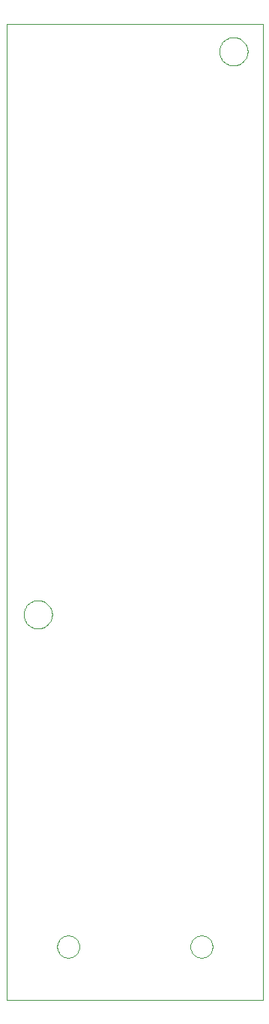
<source format=gm1>
G75*
%MOIN*%
%OFA0B0*%
%FSLAX24Y24*%
%IPPOS*%
%LPD*%
%AMOC8*
5,1,8,0,0,1.08239X$1,22.5*
%
%ADD10C,0.0000*%
D10*
X000305Y000410D02*
X011722Y000410D01*
X011722Y043717D01*
X000305Y043717D01*
X000305Y000410D01*
X002566Y002760D02*
X002568Y002804D01*
X002574Y002848D01*
X002584Y002891D01*
X002597Y002933D01*
X002615Y002973D01*
X002636Y003012D01*
X002660Y003049D01*
X002687Y003084D01*
X002718Y003116D01*
X002751Y003145D01*
X002787Y003171D01*
X002825Y003193D01*
X002865Y003212D01*
X002906Y003228D01*
X002949Y003240D01*
X002992Y003248D01*
X003036Y003252D01*
X003080Y003252D01*
X003124Y003248D01*
X003167Y003240D01*
X003210Y003228D01*
X003251Y003212D01*
X003291Y003193D01*
X003329Y003171D01*
X003365Y003145D01*
X003398Y003116D01*
X003429Y003084D01*
X003456Y003049D01*
X003480Y003012D01*
X003501Y002973D01*
X003519Y002933D01*
X003532Y002891D01*
X003542Y002848D01*
X003548Y002804D01*
X003550Y002760D01*
X003548Y002716D01*
X003542Y002672D01*
X003532Y002629D01*
X003519Y002587D01*
X003501Y002547D01*
X003480Y002508D01*
X003456Y002471D01*
X003429Y002436D01*
X003398Y002404D01*
X003365Y002375D01*
X003329Y002349D01*
X003291Y002327D01*
X003251Y002308D01*
X003210Y002292D01*
X003167Y002280D01*
X003124Y002272D01*
X003080Y002268D01*
X003036Y002268D01*
X002992Y002272D01*
X002949Y002280D01*
X002906Y002292D01*
X002865Y002308D01*
X002825Y002327D01*
X002787Y002349D01*
X002751Y002375D01*
X002718Y002404D01*
X002687Y002436D01*
X002660Y002471D01*
X002636Y002508D01*
X002615Y002547D01*
X002597Y002587D01*
X002584Y002629D01*
X002574Y002672D01*
X002568Y002716D01*
X002566Y002760D01*
X001078Y017510D02*
X001080Y017560D01*
X001086Y017610D01*
X001096Y017659D01*
X001110Y017707D01*
X001127Y017754D01*
X001148Y017799D01*
X001173Y017843D01*
X001201Y017884D01*
X001233Y017923D01*
X001267Y017960D01*
X001304Y017994D01*
X001344Y018024D01*
X001386Y018051D01*
X001430Y018075D01*
X001476Y018096D01*
X001523Y018112D01*
X001571Y018125D01*
X001621Y018134D01*
X001670Y018139D01*
X001721Y018140D01*
X001771Y018137D01*
X001820Y018130D01*
X001869Y018119D01*
X001917Y018104D01*
X001963Y018086D01*
X002008Y018064D01*
X002051Y018038D01*
X002092Y018009D01*
X002131Y017977D01*
X002167Y017942D01*
X002199Y017904D01*
X002229Y017864D01*
X002256Y017821D01*
X002279Y017777D01*
X002298Y017731D01*
X002314Y017683D01*
X002326Y017634D01*
X002334Y017585D01*
X002338Y017535D01*
X002338Y017485D01*
X002334Y017435D01*
X002326Y017386D01*
X002314Y017337D01*
X002298Y017289D01*
X002279Y017243D01*
X002256Y017199D01*
X002229Y017156D01*
X002199Y017116D01*
X002167Y017078D01*
X002131Y017043D01*
X002092Y017011D01*
X002051Y016982D01*
X002008Y016956D01*
X001963Y016934D01*
X001917Y016916D01*
X001869Y016901D01*
X001820Y016890D01*
X001771Y016883D01*
X001721Y016880D01*
X001670Y016881D01*
X001621Y016886D01*
X001571Y016895D01*
X001523Y016908D01*
X001476Y016924D01*
X001430Y016945D01*
X001386Y016969D01*
X001344Y016996D01*
X001304Y017026D01*
X001267Y017060D01*
X001233Y017097D01*
X001201Y017136D01*
X001173Y017177D01*
X001148Y017221D01*
X001127Y017266D01*
X001110Y017313D01*
X001096Y017361D01*
X001086Y017410D01*
X001080Y017460D01*
X001078Y017510D01*
X008491Y002760D02*
X008493Y002804D01*
X008499Y002848D01*
X008509Y002891D01*
X008522Y002933D01*
X008540Y002973D01*
X008561Y003012D01*
X008585Y003049D01*
X008612Y003084D01*
X008643Y003116D01*
X008676Y003145D01*
X008712Y003171D01*
X008750Y003193D01*
X008790Y003212D01*
X008831Y003228D01*
X008874Y003240D01*
X008917Y003248D01*
X008961Y003252D01*
X009005Y003252D01*
X009049Y003248D01*
X009092Y003240D01*
X009135Y003228D01*
X009176Y003212D01*
X009216Y003193D01*
X009254Y003171D01*
X009290Y003145D01*
X009323Y003116D01*
X009354Y003084D01*
X009381Y003049D01*
X009405Y003012D01*
X009426Y002973D01*
X009444Y002933D01*
X009457Y002891D01*
X009467Y002848D01*
X009473Y002804D01*
X009475Y002760D01*
X009473Y002716D01*
X009467Y002672D01*
X009457Y002629D01*
X009444Y002587D01*
X009426Y002547D01*
X009405Y002508D01*
X009381Y002471D01*
X009354Y002436D01*
X009323Y002404D01*
X009290Y002375D01*
X009254Y002349D01*
X009216Y002327D01*
X009176Y002308D01*
X009135Y002292D01*
X009092Y002280D01*
X009049Y002272D01*
X009005Y002268D01*
X008961Y002268D01*
X008917Y002272D01*
X008874Y002280D01*
X008831Y002292D01*
X008790Y002308D01*
X008750Y002327D01*
X008712Y002349D01*
X008676Y002375D01*
X008643Y002404D01*
X008612Y002436D01*
X008585Y002471D01*
X008561Y002508D01*
X008540Y002547D01*
X008522Y002587D01*
X008509Y002629D01*
X008499Y002672D01*
X008493Y002716D01*
X008491Y002760D01*
X009778Y042510D02*
X009780Y042560D01*
X009786Y042610D01*
X009796Y042659D01*
X009810Y042707D01*
X009827Y042754D01*
X009848Y042799D01*
X009873Y042843D01*
X009901Y042884D01*
X009933Y042923D01*
X009967Y042960D01*
X010004Y042994D01*
X010044Y043024D01*
X010086Y043051D01*
X010130Y043075D01*
X010176Y043096D01*
X010223Y043112D01*
X010271Y043125D01*
X010321Y043134D01*
X010370Y043139D01*
X010421Y043140D01*
X010471Y043137D01*
X010520Y043130D01*
X010569Y043119D01*
X010617Y043104D01*
X010663Y043086D01*
X010708Y043064D01*
X010751Y043038D01*
X010792Y043009D01*
X010831Y042977D01*
X010867Y042942D01*
X010899Y042904D01*
X010929Y042864D01*
X010956Y042821D01*
X010979Y042777D01*
X010998Y042731D01*
X011014Y042683D01*
X011026Y042634D01*
X011034Y042585D01*
X011038Y042535D01*
X011038Y042485D01*
X011034Y042435D01*
X011026Y042386D01*
X011014Y042337D01*
X010998Y042289D01*
X010979Y042243D01*
X010956Y042199D01*
X010929Y042156D01*
X010899Y042116D01*
X010867Y042078D01*
X010831Y042043D01*
X010792Y042011D01*
X010751Y041982D01*
X010708Y041956D01*
X010663Y041934D01*
X010617Y041916D01*
X010569Y041901D01*
X010520Y041890D01*
X010471Y041883D01*
X010421Y041880D01*
X010370Y041881D01*
X010321Y041886D01*
X010271Y041895D01*
X010223Y041908D01*
X010176Y041924D01*
X010130Y041945D01*
X010086Y041969D01*
X010044Y041996D01*
X010004Y042026D01*
X009967Y042060D01*
X009933Y042097D01*
X009901Y042136D01*
X009873Y042177D01*
X009848Y042221D01*
X009827Y042266D01*
X009810Y042313D01*
X009796Y042361D01*
X009786Y042410D01*
X009780Y042460D01*
X009778Y042510D01*
M02*

</source>
